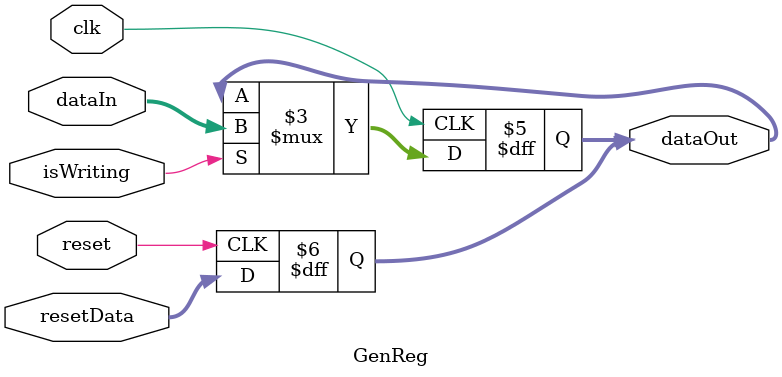
<source format=v>
module GenReg #(
    parameter WIDTH = 64
) (
    input clk,
    input isWriting,
    input reset,
    input [WIDTH-1:0] resetData,
    input [WIDTH-1:0] dataIn,
    output reg [WIDTH-1:0] dataOut
);


  always @(posedge reset) begin
    dataOut <= resetData;
  end

  always @(posedge clk) begin
    if (isWriting) begin
      dataOut <= dataIn;
    end
  end

  // initial begin
  //   dataOut <= 0;
  // end

endmodule

</source>
